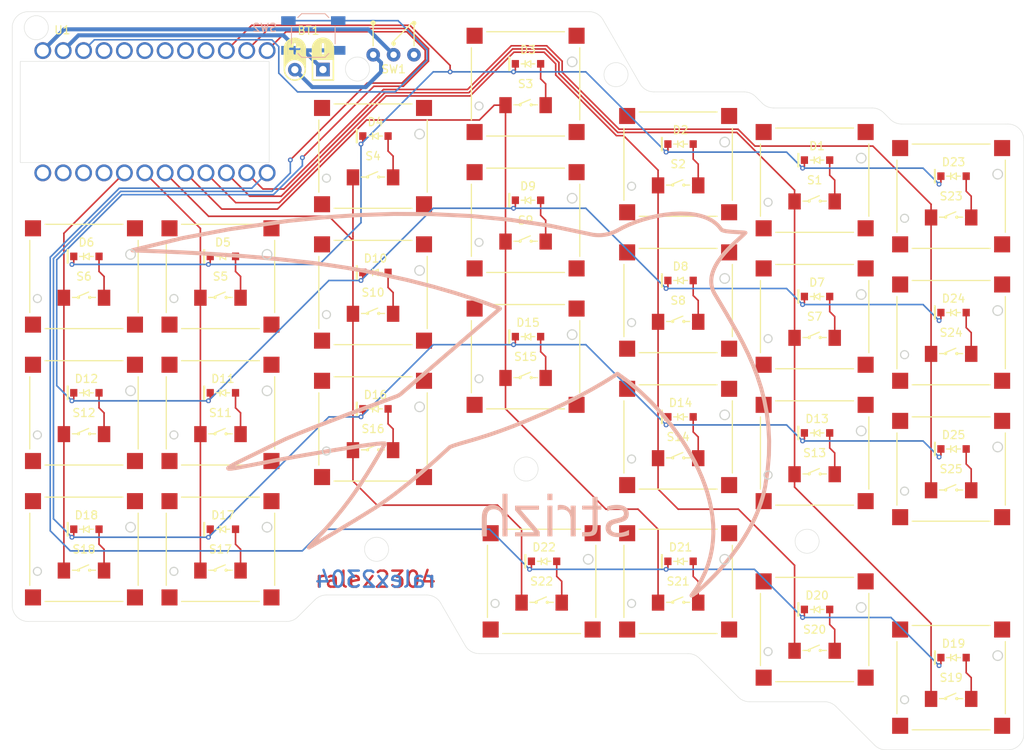
<source format=kicad_pcb>
(kicad_pcb (version 20241229) (generator "pcbnew") (generator_version "9.0")
  (title_block (title "strizh keyboard left half (7 columns)") (rev "v1.0.0") (company "Alex Rozhkov (ralex2304)"))
  (layers (0 "F.Cu" signal) (2 "B.Cu" signal) (13 "F.Paste" user) (15 "B.Paste" user) (5 "F.SilkS" user "F.Silkscreen") (7 "B.SilkS" user "B.Silkscreen") (1 "F.Mask" user) (3 "B.Mask" user) (25 "Edge.Cuts" user))
  (net 0 "")
  (net 1 "-BATT")
  (net 2 "ROW1")
  (net 3 "+BATT")
  (net 4 "raw")
  (net 5 "Net-(D24-A)")
  (net 6 "Net-(D1-A)")
  (net 7 "Net-(D25-A)")
  (net 9 "rst")
  (net 10 "COL6")
  (net 11 "COL5")
  (net 12 "Net-(D2-A)")
  (net 13 "Net-(D3-A)")
  (net 14 "Net-(D4-A)")
  (net 15 "Net-(D5-A)")
  (net 16 "Net-(D6-A)")
  (net 17 "Net-(D7-A)")
  (net 18 "ROW2")
  (net 19 "Net-(D8-A)")
  (net 20 "Net-(D9-A)")
  (net 21 "Net-(D10-A)")
  (net 22 "Net-(D11-A)")
  (net 24 "Net-(D12-A)")
  (net 25 "ROW3")
  (net 26 "Net-(D13-A)")
  (net 27 "Net-(D14-A)")
  (net 28 "Net-(D15-A)")
  (net 29 "Net-(D16-A)")
  (net 30 "Net-(D17-A)")
  (net 31 "Net-(D18-A)")
  (net 32 "Net-(D19-A)")
  (net 33 "ROW4")
  (net 34 "Net-(D20-A)")
  (net 35 "Net-(D21-A)")
  (net 36 "Net-(D22-A)")
  (net 37 "Net-(D23-A)")
  (net 38 "COL4")
  (net 39 "COL3")
  (net 40 "COL2")
  (net 41 "COL1")
  (net 42 "COL7")
  (footprint "strizh_lib:PG1316S" (layer "F.Cu") (at 89 109)
    (property "Reference" "S12")
    (property "Value" "PG1316S")
    (fp_circle (center -5.8 2.75) (end -5.3 2.75) (stroke (width 0.1524)) (fill no) (layer "Edge.Cuts"))
    (fp_circle (center 5.8 -2.75) (end 6.4 -2.75) (stroke (width 0.1524)) (fill no) (layer "Edge.Cuts"))
  )
  (footprint "strizh_lib:1N4148W_SOD-123" (layer "F.Cu") (at 180.3 94.5)
    (property "Reference" "D7")
    (property "Value" "1N4148W")
  )
  (footprint "strizh_lib:1N4148W_SOD-123" (layer "F.Cu") (at 180.3 77.5)
    (property "Reference" "D1")
    (property "Value" "1N4148W")
  )
  (footprint "strizh_lib:PG1316S" (layer "F.Cu") (at 106 109)
    (property "Reference" "S11")
    (property "Value" "PG1316S")
    (fp_circle (center -5.8 2.75) (end -5.3 2.75) (stroke (width 0.1524)) (fill no) (layer "Edge.Cuts"))
    (fp_circle (center 5.8 -2.75) (end 6.4 -2.75) (stroke (width 0.1524)) (fill no) (layer "Edge.Cuts"))
  )
  (footprint "strizh_lib:1N4148W_SOD-123" (layer "F.Cu") (at 163.3 109.5)
    (property "Reference" "D14")
    (property "Value" "1N4148W")
  )
  (footprint "strizh_lib:1N4148W_SOD-123" (layer "F.Cu") (at 89.3 106.5)
    (property "Reference" "D12")
    (property "Value" "1N4148W")
  )
  (footprint "strizh_lib:1N4148W_SOD-123" (layer "F.Cu") (at 197.3 139.5)
    (property "Reference" "D19")
    (property "Value" "1N4148W")
  )
  (footprint "strizh_lib:1N4148W_SOD-123" (layer "F.Cu") (at 180.3 133.5)
    (property "Reference" "D20")
    (property "Value" "1N4148W")
  )
  (footprint "strizh_lib:1N4148W_SOD-123" (layer "F.Cu") (at 106.3 89.5)
    (property "Reference" "D5")
    (property "Value" "1N4148W")
  )
  (footprint "strizh_lib:PG1316S" (layer "F.Cu") (at 125 77)
    (property "Reference" "S4")
    (property "Value" "PG1316S")
    (fp_circle (center -5.8 2.75) (end -5.3 2.75) (stroke (width 0.1524)) (fill no) (layer "Edge.Cuts"))
    (fp_circle (center 5.8 -2.75) (end 6.4 -2.75) (stroke (width 0.1524)) (fill no) (layer "Edge.Cuts"))
  )
  (footprint "strizh_lib:PG1316S" (layer "F.Cu") (at 197 82)
    (property "Reference" "S23")
    (property "Value" "PG1316S")
    (fp_circle (center -5.8 2.75) (end -5.3 2.75) (stroke (width 0.1524)) (fill no) (layer "Edge.Cuts"))
    (fp_circle (center 5.8 -2.75) (end 6.4 -2.75) (stroke (width 0.1524)) (fill no) (layer "Edge.Cuts"))
  )
  (footprint "strizh_lib:1N4148W_SOD-123" (layer "F.Cu") (at 125.3 91.5)
    (property "Reference" "D10")
    (property "Value" "1N4148W")
  )
  (footprint "strizh_lib:1N4148W_SOD-123" (layer "F.Cu") (at 144.3 65.5)
    (property "Reference" "D3")
    (property "Value" "1N4148W")
  )
  (footprint "strizh_lib:PG1316S" (layer "F.Cu") (at 180 136)
    (property "Reference" "S20")
    (property "Value" "PG1316S")
    (fp_circle (center -5.8 2.75) (end -5.3 2.75) (stroke (width 0.1524)) (fill no) (layer "Edge.Cuts"))
    (fp_circle (center 5.8 -2.75) (end 6.4 -2.75) (stroke (width 0.1524)) (fill no) (layer "Edge.Cuts"))
  )
  (footprint "strizh_lib:1N4148W_SOD-123" (layer "F.Cu") (at 180.3 111.5)
    (property "Reference" "D13")
    (property "Value" "1N4148W")
  )
  (footprint "strizh_lib:PG1316S" (layer "F.Cu") (at 146 130)
    (property "Reference" "S22")
    (property "Value" "PG1316S")
    (fp_circle (center -5.8 2.75) (end -5.3 2.75) (stroke (width 0.1524)) (fill no) (layer "Edge.Cuts"))
    (fp_circle (center 5.8 -2.75) (end 6.4 -2.75) (stroke (width 0.1524)) (fill no) (layer "Edge.Cuts"))
  )
  (footprint "strizh_lib:PG1316S" (layer "F.Cu") (at 163 95)
    (property "Reference" "S8")
    (property "Value" "PG1316S")
    (fp_circle (center -5.8 2.75) (end -5.3 2.75) (stroke (width 0.1524)) (fill no) (layer "Edge.Cuts"))
    (fp_circle (center 5.8 -2.75) (end 6.4 -2.75) (stroke (width 0.1524)) (fill no) (layer "Edge.Cuts"))
  )
  (footprint "strizh_lib:1N4148W_SOD-123" (layer "F.Cu") (at 197.3 79.5)
    (property "Reference" "D23")
    (property "Value" "1N4148W")
  )
  (footprint "strizh_lib:PG1316S" (layer "F.Cu") (at 106 126)
    (property "Reference" "S17")
    (property "Value" "PG1316S")
    (fp_circle (center -5.8 2.75) (end -5.3 2.75) (stroke (width 0.1524)) (fill no) (layer "Edge.Cuts"))
    (fp_circle (center 5.8 -2.75) (end 6.4 -2.75) (stroke (width 0.1524)) (fill no) (layer "Edge.Cuts"))
  )
  (footprint "strizh_lib:1N4148W_SOD-123" (layer "F.Cu") (at 163.3 75.5)
    (property "Reference" "D2")
    (property "Value" "1N4148W")
  )
  (footprint "strizh_lib:1N4148W_SOD-123" (layer "F.Cu") (at 197.3 113.5)
    (property "Reference" "D25")
    (property "Value" "1N4148W")
  )
  (footprint "strizh_lib:PG1316S" (layer "F.Cu") (at 144 102)
    (property "Reference" "S15")
    (property "Value" "PG1316S")
    (fp_circle (center -5.8 2.75) (end -5.3 2.75) (stroke (width 0.1524)) (fill no) (layer "Edge.Cuts"))
    (fp_circle (center 5.8 -2.75) (end 6.4 -2.75) (stroke (width 0.1524)) (fill no) (layer "Edge.Cuts"))
  )
  (footprint "strizh_lib:1N4148W_SOD-123" (layer "F.Cu") (at 89.3 123.5)
    (property "Reference" "D18")
    (property "Value" "1N4148W")
  )
  (footprint "strizh_lib:PG1316S" (layer "F.Cu") (at 106 92)
    (property "Reference" "S5")
    (property "Value" "PG1316S")
    (fp_circle (center -5.8 2.75) (end -5.3 2.75) (stroke (width 0.1524)) (fill no) (layer "Edge.Cuts"))
    (fp_circle (center 5.8 -2.75) (end 6.4 -2.75) (stroke (width 0.1524)) (fill no) (layer "Edge.Cuts"))
  )
  (footprint "strizh_lib:PG1316S" (layer "F.Cu") (at 197 142)
    (property "Reference" "S19")
    (property "Value" "PG1316S")
    (fp_circle (center -5.8 2.75) (end -5.3 2.75) (stroke (width 0.1524)) (fill no) (layer "Edge.Cuts"))
    (fp_circle (center 5.8 -2.75) (end 6.4 -2.75) (stroke (width 0.1524)) (fill no) (layer "Edge.Cuts"))
  )
  (footprint "strizh_lib:PG1316S" (layer "F.Cu") (at 180 97)
    (property "Reference" "S7")
    (property "Value" "PG1316S")
    (fp_circle (center -5.8 2.75) (end -5.3 2.75) (stroke (width 0.1524)) (fill no) (layer "Edge.Cuts"))
    (fp_circle (center 5.8 -2.75) (end 6.4 -2.75) (stroke (width 0.1524)) (fill no) (layer "Edge.Cuts"))
  )
  (footprint "strizh_lib:batt_pins" (layer "F.Cu") (at 116.961004 65.015 -90)
    (property "Reference" "BT1")
    (property "Value" "Battery_Cell")
  )
  (footprint "strizh_lib:PG1316S" (layer "F.Cu") (at 163 112)
    (property "Reference" "S14")
    (property "Value" "PG1316S")
    (fp_circle (center -5.8 2.75) (end -5.3 2.75) (stroke (width 0.1524)) (fill no) (layer "Edge.Cuts"))
    (fp_circle (center 5.8 -2.75) (end 6.4 -2.75) (stroke (width 0.1524)) (fill no) (layer "Edge.Cuts"))
  )
  (footprint "strizh_lib:PG1316S" (layer "F.Cu") (at 89 92)
    (property "Reference" "S6")
    (property "Value" "PG1316S")
    (fp_circle (center -5.8 2.75) (end -5.3 2.75) (stroke (width 0.1524)) (fill no) (layer "Edge.Cuts"))
    (fp_circle (center 5.8 -2.75) (end 6.4 -2.75) (stroke (width 0.1524)) (fill no) (layer "Edge.Cuts"))
  )
  (footprint "strizh_lib:BSI-10H" (layer "F.Cu") (at 127.561 64.37)
    (property "Reference" "SW1")
    (property "Value" "SW_SPDT_312")
  )
  (footprint "strizh_lib:PG1316S" (layer "F.Cu") (at 180 80)
    (property "Reference" "S1")
    (property "Value" "PG1316S")
    (fp_circle (center -5.8 2.75) (end -5.3 2.75) (stroke (width 0.1524)) (fill no) (layer "Edge.Cuts"))
    (fp_circle (center 5.8 -2.75) (end 6.4 -2.75) (stroke (width 0.1524)) (fill no) (layer "Edge.Cuts"))
  )
  (footprint "strizh_lib:PG1316S" (layer "F.Cu") (at 163 78)
    (property "Reference" "S2")
    (property "Value" "PG1316S")
    (fp_circle (center -5.8 2.75) (end -5.3 2.75) (stroke (width 0.1524)) (fill no) (layer "Edge.Cuts"))
    (fp_circle (center 5.8 -2.75) (end 6.4 -2.75) (stroke (width 0.1524)) (fill no) (layer "Edge.Cuts"))
  )
  (footprint "strizh_lib:PG1316S" (layer "F.Cu") (at 163 130)
    (property "Reference" "S21")
    (property "Value" "PG1316S")
    (fp_circle (center -5.8 2.75) (end -5.3 2.75) (stroke (width 0.1524)) (fill no) (layer "Edge.Cuts"))
    (fp_circle (center 5.8 -2.75) (end 6.4 -2.75) (stroke (width 0.1524)) (fill no) (layer "Edge.Cuts"))
  )
  (footprint "strizh_lib:PG1316S" (layer "F.Cu") (at 144 68)
    (property "Reference" "S3")
    (property "Value" "PG1316S")
    (fp_circle (center -5.8 2.75) (end -5.3 2.75) (stroke (width 0.1524)) (fill no) (layer "Edge.Cuts"))
    (fp_circle (center 5.8 -2.75) (end 6.4 -2.75) (stroke (width 0.1524)) (fill no) (layer "Edge.Cuts"))
  )
  (footprint "strizh_lib:1N4148W_SOD-123" (layer "F.Cu") (at 144.3 99.5)
    (property "Reference" "D15")
    (property "Value" "1N4148W")
  )
  (footprint "strizh_lib:1N4148W_SOD-123" (layer "F.Cu") (at 125.3 74.5)
    (property "Reference" "D4")
    (property "Value" "1N4148W")
  )
  (footprint "strizh_lib:PG1316S" (layer "F.Cu") (at 89 126)
    (property "Reference" "S18")
    (property "Value" "PG1316S")
    (fp_circle (center -5.8 2.75) (end -5.3 2.75) (stroke (width 0.1524)) (fill no) (layer "Edge.Cuts"))
    (fp_circle (center 5.8 -2.75) (end 6.4 -2.75) (stroke (width 0.1524)) (fill no) (layer "Edge.Cuts"))
  )
  (footprint "strizh_lib:1N4148W_SOD-123" (layer "F.Cu") (at 163.3 92.5)
    (property "Reference" "D8")
    (property "Value" "1N4148W")
  )
  (footprint "strizh_lib:1N4148W_SOD-123" (layer "F.Cu") (at 89.3 89.5)
    (property "Reference" "D6")
    (property "Value" "1N4148W")
  )
  (footprint "strizh_lib:PG1316S" (layer "F.Cu") (at 197 116)
    (property "Reference" "S25")
    (property "Value" "PG1316S")
    (fp_circle (center -5.8 2.75) (end -5.3 2.75) (stroke (width 0.1524)) (fill no) (layer "Edge.Cuts"))
    (fp_circle (center 5.8 -2.75) (end 6.4 -2.75) (stroke (width 0.1524)) (fill no) (layer "Edge.Cuts"))
  )
  (footprint "strizh_lib:1N4148W_SOD-123" (layer "F.Cu") (at 106.3 106.5)
    (property "Reference" "D11")
    (property "Value" "1N4148W")
  )
  (footprint "strizh_lib:PG1316S" (layer "F.Cu") (at 125 94)
    (property "Reference" "S10")
    (property "Value" "PG1316S")
    (fp_circle (center -5.8 2.75) (end -5.3 2.75) (stroke (width 0.1524)) (fill no) (layer "Edge.Cuts"))
    (fp_circle (center 5.8 -2.75) (end 6.4 -2.75) (stroke (width 0.1524)) (fill no) (layer "Edge.Cuts"))
  )
  (footprint "strizh_lib:PG1316S" (layer "F.Cu") (at 144 85)
    (property "Reference" "S9")
    (property "Value" "PG1316S")
    (fp_circle (center -5.8 2.75) (end -5.3 2.75) (stroke (width 0.1524)) (fill no) (layer "Edge.Cuts"))
    (fp_circle (center 5.8 -2.75) (end 6.4 -2.75) (stroke (width 0.1524)) (fill no) (layer "Edge.Cuts"))
  )
  (footprint "strizh_lib:1N4148W_SOD-123" (layer "F.Cu") (at 197.3 96.5)
    (property "Reference" "D24")
    (property "Value" "1N4148W")
  )
  (footprint "strizh_lib:supermini_nrf52840" (layer "F.Cu") (at 78.7909 71.47 90)
    (property "Reference" "U1")
    (property "Value" "SuperMini")
  )
  (footprint "strizh_lib:PG1316S" (layer "F.Cu") (at 180 114)
    (property "Reference" "S13")
    (property "Value" "PG1316S")
    (fp_circle (center -5.8 2.75) (end -5.3 2.75) (stroke (width 0.1524)) (fill no) (layer "Edge.Cuts"))
    (fp_circle (center 5.8 -2.75) (end 6.4 -2.75) (stroke (width 0.1524)) (fill no) (layer "Edge.Cuts"))
  )
  (footprint "strizh_lib:PG1316S" (layer "F.Cu") (at 197 99)
    (property "Reference" "S24")
    (property "Value" "PG1316S")
    (fp_circle (center -5.8 2.75) (end -5.3 2.75) (stroke (width 0.1524)) (fill no) (layer "Edge.Cuts"))
    (fp_circle (center 5.8 -2.75) (end 6.4 -2.75) (stroke (width 0.1524)) (fill no) (layer "Edge.Cuts"))
  )
  (footprint "strizh_lib:1N4148W_SOD-123" (layer "F.Cu") (at 106.3 123.5)
    (property "Reference" "D17")
    (property "Value" "1N4148W")
  )
  (footprint "strizh_lib:1N4148W_SOD-123" (layer "F.Cu") (at 163.3 127.5)
    (property "Reference" "D21")
    (property "Value" "1N4148W")
  )
  (footprint "strizh_lib:1N4148W_SOD-123" (layer "F.Cu") (at 144.3 82.5)
    (property "Reference" "D9")
    (property "Value" "1N4148W")
  )
  (footprint "strizh_lib:PG1316S" (layer "F.Cu") (at 125 111)
    (property "Reference" "S16")
    (property "Value" "PG1316S")
    (fp_circle (center -5.8 2.75) (end -5.3 2.75) (stroke (width 0.1524)) (fill no) (layer "Edge.Cuts"))
    (fp_circle (center 5.8 -2.75) (end 6.4 -2.75) (stroke (width 0.1524)) (fill no) (layer "Edge.Cuts"))
  )
  (footprint "strizh_lib:1N4148W_SOD-123" (layer "F.Cu") (at 146.3 127.5)
    (property "Reference" "D22")
    (property "Value" "1N4148W")
  )
  (footprint "strizh_lib:1N4148W_SOD-123" (layer "F.Cu") (at 125.3 108.5)
    (property "Reference" "D16")
    (property "Value" "1N4148W")
  )
  (footprint "Button_Switch_SMD:SW_SPST_SKQG_WithStem" (layer "B.Cu") (at 117.561 61.97)
    (property "Reference" "SW2")
    (property "Value" "SW_SPST" (hide yes))
  )
  (gr_poly (pts (xy 164.183098 84.182403) (xy 164.624418 84.224005) (xy 165.054136 84.284959) (xy 165.470623 84.366006) (xy 165.872248 84.467888) (xy 166.25738 84.591346) (xy 166.624391 84.737123) (xy 166.971649 84.90596) (xy 167.297525 85.098598) (xy 167.600389 85.315779) (xy 167.878609 85.558246) (xy 168.130557 85.826739) (xy 168.354602 86.122) (xy 168.379364 86.156598) (xy 168.416514 86.18873) (xy 168.465263 86.218508) (xy 168.524823 86.246041) (xy 168.673219 86.29482) (xy 168.855397 86.335953) (xy 169.065046 86.370329) (xy 169.295861 86.398835) (xy 169.795754 86.441782) (xy 170.771979 86.496266) (xy 171.147386 86.521996) (xy 171.284836 86.537588) (xy 171.379726 86.556055) (xy 171.16999 86.769006) (xy 170.877765 87.038458) (xy 170.117393 87.726813) (xy 169.682859 88.137884) (xy 169.234499 88.588329) (xy 168.78912 89.074233) (xy 168.363529 89.591679) (xy 167.974531 90.136751) (xy 167.799006 90.418423) (xy 167.638931 90.705533) (xy 167.496408 90.997592) (xy 167.373537 91.29411) (xy 167.272419 91.594597) (xy 167.195154 91.898564) (xy 167.143844 92.205522) (xy 167.120588 92.514981) (xy 167.127488 92.826451) (xy 167.166645 93.139443) (xy 167.240159 93.453468) (xy 167.35013 93.768036) (xy 167.498661 94.082657) (xy 167.687851 94.396842) (xy 169.053132 96.700083) (xy 170.432737 99.113614) (xy 171.098971 100.374672) (xy 171.734059 101.67882) (xy 172.326423 103.031234) (xy 172.864488 104.437085) (xy 173.336678 105.901546) (xy 173.731417 107.42979) (xy 174.037129 109.026991) (xy 174.242239 110.69832) (xy 174.335169 112.448952) (xy 174.304344 114.284059) (xy 174.138188 116.208814) (xy 173.825125 118.22839) (xy 173.679698 118.907423) (xy 173.50269 119.578317) (xy 173.296354 120.240237) (xy 173.062944 120.892345) (xy 172.804714 121.533805) (xy 172.523918 122.16378) (xy 172.22281 122.781434) (xy 171.903643 123.385929) (xy 171.568671 123.976431) (xy 171.220148 124.552101) (xy 170.860327 125.112103) (xy 170.491464 125.655601) (xy 169.735621 126.689739) (xy 168.970649 127.647821) (xy 168.21458 128.523154) (xy 167.485442 129.309046) (xy 166.801267 129.998805) (xy 166.180085 130.585737) (xy 165.639925 131.06315) (xy 165.198819 131.424352) (xy 164.874796 131.66265) (xy 164.685887 131.771351) (xy 164.684483 131.771803) (xy 164.683101 131.772121) (xy 164.681745 131.77231) (xy 164.680417 131.772376) (xy 164.679121 131.772323) (xy 164.67786 131.772158) (xy 164.676638 131.771886) (xy 164.675458 131.771512) (xy 164.674323 131.771041) (xy 164.673237 131.77048) (xy 164.672203 131.769832) (xy 164.671225 131.769104) (xy 164.670305 131.768301) (xy 164.669447 131.767429) (xy 164.668654 131.766492) (xy 164.667931 131.765496) (xy 164.667279 131.764447) (xy 164.666703 131.76335) (xy 164.666205 131.76221) (xy 164.66579 131.761032) (xy 164.66546 131.759823) (xy 164.665219 131.758587) (xy 164.66507 131.75733) (xy 164.665017 131.756057) (xy 164.665062 131.754774) (xy 164.66521 131.753485) (xy 164.665463 131.752197) (xy 164.665825 131.750915) (xy 164.666299 131.749643) (xy 164.666889 131.748388) (xy 164.667597 131.747155) (xy 164.668428 131.74595) (xy 165.320733 130.822868) (xy 165.876586 129.882077) (xy 166.339563 128.925735) (xy 166.713243 127.956002) (xy 167.001204 126.975037) (xy 167.207023 125.984998) (xy 167.33428 124.988044) (xy 167.386551 123.986336) (xy 167.367415 122.98203) (xy 167.280449 121.977288) (xy 167.129232 120.974267) (xy 166.917342 119.975127) (xy 166.648357 118.982027) (xy 166.325854 117.997126) (xy 165.953412 117.022582) (xy 165.534608 116.060555) (xy 165.073021 115.113204) (xy 164.572229 114.182688) (xy 164.035809 113.271166) (xy 163.467339 112.380797) (xy 162.248564 110.672154) (xy 160.944526 109.07403) (xy 159.58385 107.603699) (xy 158.195159 106.278432) (xy 156.807078 105.115501) (xy 155.44823 104.13218) (xy 155.44717 104.131482) (xy 155.446078 104.130878) (xy 155.444958 104.130366) (xy 155.443814 104.129948) (xy 155.442653 104.129622) (xy 155.441477 104.129389) (xy 155.440292 104.12925) (xy 155.439102 104.129203) (xy 155.437912 104.12925) (xy 155.436727 104.129389) (xy 155.435552 104.129622) (xy 155.43439 104.129948) (xy 155.433246 104.130366) (xy 155.432126 104.130878) (xy 155.431034 104.131482) (xy 155.429974 104.13218) (xy 154.563161 104.696239) (xy 153.630293 105.268595) (xy 152.390011 105.990747) (xy 150.861486 106.829877) (xy 149.063889 107.75317) (xy 147.016391 108.727808) (xy 145.90492 109.224127) (xy 144.738162 109.720975) (xy 143.638164 110.179792) (xy 142.615168 110.589301) (xy 141.66594 110.953286) (xy 140.787246 111.275534) (xy 139.975849 111.559832) (xy 139.228516 111.809964) (xy 137.913101 112.222874) (xy 135.908709 112.805288) (xy 135.167975 113.035363) (xy 134.851653 113.148368) (xy 134.567047 113.265067) (xy 134.566453 113.265367) (xy 134.565858 113.265676) (xy 134.565262 113.266004) (xy 134.564964 113.266177) (xy 134.564667 113.266359) (xy 134.564369 113.26655) (xy 134.564071 113.266751) (xy 134.563773 113.266964) (xy 134.563476 113.26719) (xy 134.563178 113.267429) (xy 134.562881 113.267684) (xy 134.562583 113.267955) (xy 134.562286 113.268243) (xy 133.227422 114.496423) (xy 132.171948 115.437377) (xy 130.932467 116.510117) (xy 129.564994 117.650054) (xy 128.125543 118.792595) (xy 127.396332 119.344657) (xy 126.670131 119.873149) (xy 125.953944 120.369997) (xy 125.254772 120.827126) (xy 123.877578 121.688233) (xy 122.525909 122.518607) (xy 120.04797 124.010063) (xy 118.118612 125.147308) (xy 117.03549 125.776157) (xy 117.034003 125.776963) (xy 117.03252 125.777598) (xy 117.031048 125.778071) (xy 117.029591 125.778387) (xy 117.028155 125.778554) (xy 117.026744 125.778578) (xy 117.025363 125.778467) (xy 117.024018 125.778227) (xy 117.022714 125.777865) (xy 117.021456 125.777387) (xy 117.020248 125.776801) (xy 117.019096 125.776113) (xy 117.018006 125.775331) (xy 117.016981 125.774461) (xy 117.016028 125.77351) (xy 117.015151 125.772484) (xy 117.014355 125.771392) (xy 117.013646 125.770238) (xy 117.013029 125.769031) (xy 117.012508 125.767777) (xy 117.012089 125.766482) (xy 117.011776 125.765155) (xy 117.011576 125.763801) (xy 117.011492 125.762427) (xy 117.011531 125.761041) (xy 117.011697 125.759649) (xy 117.011995 125.758257) (xy 117.01243 125.756874) (xy 117.013008 125.755504) (xy 117.013733 125.754157) (xy 117.014611 125.752837) (xy 117.015646 125.751553) (xy 118.927791 123.667066) (xy 119.656277 122.838824) (xy 120.430136 121.926186) (xy 121.221967 120.94838) (xy 122.004366 119.924633) (xy 122.402029 119.381149) (xy 122.794859 118.82508) (xy 123.180533 118.262001) (xy 123.55673 117.697483) (xy 124.271404 116.586423) (xy 124.920306 115.536486) (xy 125.484859 114.592254) (xy 125.946488 113.79831) (xy 126.486671 112.839621) (xy 126.48716 112.83865) (xy 126.487584 112.837671) (xy 126.487945 112.836687) (xy 126.488245 112.835701) (xy 126.488483 112.834714) (xy 126.488661 112.833729) (xy 126.48878 112.832747) (xy 126.488841 112.831772) (xy 126.488845 112.830804) (xy 126.488794 112.829847) (xy 126.488687 112.828902) (xy 126.488526 112.827972) (xy 126.488313 112.827059) (xy 126.488048 112.826165) (xy 126.487731 112.825292) (xy 126.487365 112.824442) (xy 126.486951 112.823618) (xy 126.486488 112.822822) (xy 126.485978 112.822055) (xy 126.485423 112.821321) (xy 126.484823 112.820621) (xy 126.484179 112.819958) (xy 126.483493 112.819333) (xy 126.482765 112.818749) (xy 126.481996 112.818208) (xy 126.481187 112.817713) (xy 126.48034 112.817264) (xy 126.479455 112.816866) (xy 126.478533 112.816519) (xy 126.477576 112.816226) (xy 126.476584 112.815989) (xy 126.475559 112.81581) (xy 126.105437 112.806938) (xy 125.468848 112.857494) (xy 124.575475 112.964475) (xy 123.435 113.124876) (xy 120.45148 113.59392) (xy 116.595753 114.240591) (xy 112.791367 114.930536) (xy 109.905594 115.494295) (xy 107.977028 115.861414) (xy 107.383758 115.949217) (xy 107.044262 115.961442) (xy 106.971187 115.93646) (xy 106.963364 115.889281) (xy 107.021397 115.818804) (xy 107.145888 115.723928) (xy 107.596659 115.456577) (xy 108.3205 115.078421) (xy 114.043053 112.281619) (xy 115.679131 111.587164) (xy 117.60534 110.815041) (xy 121.806026 109.207821) (xy 127.945583 106.931744) (xy 127.983522 106.91675) (xy 128.021133 106.900942) (xy 128.058402 106.884325) (xy 128.095316 106.866904) (xy 128.131863 106.848682) (xy 128.168029 106.829666) (xy 128.203803 106.809858) (xy 128.239171 106.789265) (xy 128.27412 106.76789) (xy 128.308638 106.745739) (xy 128.342712 106.722815) (xy 128.376329 106.699124) (xy 128.409476 106.674671) (xy 128.44214 106.649459) (xy 128.474309 106.623494) (xy 128.50597 106.59678) (xy 140.805125 96.013713) (xy 140.805984 96.01295) (xy 140.806773 96.012154) (xy 140.807493 96.011326) (xy 140.808146 96.010469) (xy 140.808731 96.009587) (xy 140.809249 96.008683) (xy 140.809701 96.007758) (xy 140.810087 96.006817) (xy 140.810408 96.005862) (xy 140.810665 96.004895) (xy 140.810857 96.003921) (xy 140.810986 96.002941) (xy 140.811053 96.001959) (xy 140.811057 96.000978) (xy 140.811 96) (xy 140.810881 95.999028) (xy 140.810702 95.998066) (xy 140.810463 95.997116) (xy 140.810165 95.996181) (xy 140.809808 95.995264) (xy 140.809393 95.994368) (xy 140.808921 95.993496) (xy 140.808391 95.99265) (xy 140.807805 95.991835) (xy 140.807163 95.991052) (xy 140.806466 95.990304) (xy 140.805715 95.989595) (xy 140.804909 95.988926) (xy 140.80405 95.988303) (xy 140.803137 95.987726) (xy 140.802173 95.987199) (xy 140.801156 95.986725) (xy 139.166392 95.36543) (xy 137.456306 94.772106) (xy 135.207304 94.054837) (xy 132.461551 93.262) (xy 129.261211 92.441974) (xy 125.648451 91.643138) (xy 123.700589 91.266784) (xy 121.665433 90.913869) (xy 119.60572 90.597297) (xy 117.489192 90.313414) (xy 113.17975 89.83644) (xy 108.925225 89.46839) (xy 104.913737 89.194706) (xy 101.333403 89.000831) (xy 98.372344 88.872208) (xy 95.060521 88.752488) (xy 95.058854 88.752341) (xy 95.057277 88.752053) (xy 95.055789 88.751633) (xy 95.054393 88.751091) (xy 95.05309 88.750434) (xy 95.05188 88.749671) (xy 95.050764 88.748811) (xy 95.049744 88.747862) (xy 95.04882 88.746832) (xy 95.047994 88.745731) (xy 95.047267 88.744567) (xy 95.046639 88.743349) (xy 95.046111 88.742084) (xy 95.045685 88.740783) (xy 95.045362 88.739452) (xy 95.045143 88.738101) (xy 95.045028 88.736739) (xy 95.045018 88.735373) (xy 95.045116 88.734013) (xy 95.045321 88.732667) (xy 95.045635 88.731344) (xy 95.046058 88.730052) (xy 95.046593 88.7288) (xy 95.047239 88.727596) (xy 95.047997 88.72645) (xy 95.04887 88.725368) (xy 95.049858 88.724361) (xy 95.050961 88.723437) (xy 95.052181 88.722604) (xy 95.053519 88.72187) (xy 95.054976 88.721246) (xy 95.056553 88.720738) (xy 101.199483 87.233139) (xy 107.115872 86.110325) (xy 114.49033 85.068595) (xy 118.62155 84.656361) (xy 122.993947 84.358268) (xy 127.566406 84.205605) (xy 132.297813 84.229663) (xy 137.147054 84.461732) (xy 142.073017 84.933101) (xy 147.034586 85.67506) (xy 151.990649 86.7189) (xy 152.209142 86.767032) (xy 152.42864 86.804887) (xy 152.648829 86.832494) (xy 152.869393 86.849882) (xy 153.090018 86.857079) (xy 153.310388 86.854116) (xy 153.530189 86.84102) (xy 153.749104 86.817822) (xy 153.96682 86.784549) (xy 154.183021 86.741233) (xy 154.397391 86.6879) (xy 154.609616 86.624581) (xy 154.819381 86.551304) (xy 155.02637 86.468099) (xy 155.230269 86.374994) (xy 155.430762 86.272019) (xy 156.113812 85.89718) (xy 156.874346 85.54338) (xy 157.699322 85.216553) (xy 158.5757 84.922632) (xy 159.490438 84.66755) (xy 160.430495 84.457242) (xy 161.382831 84.297639) (xy 162.334404 84.194676) (xy 163.272174 84.154286)) (stroke (width 0.5)) (fill no) (layer "B.SilkS"))
  (gr_arc (start 138.2157 139) (mid 137.215701 138.73205) (end 136.48365 138) (stroke (width 0.05)) (layer "Edge.Cuts"))
  (gr_arc (start 115.646786 134.414214) (mid 114.99794 134.847759) (end 114.232573 135) (stroke (width 0.05)) (layer "Edge.Cuts"))
  (gr_arc (start 174.889427 71) (mid 174.124064 70.847751) (end 173.475214 70.414214) (stroke (width 0.05)) (layer "Edge.Cuts"))
  (gr_arc (start 80.061 61) (mid 80.646786 59.585786) (end 82.061 59) (stroke (width 0.05)) (layer "Edge.Cuts"))
  (gr_arc (start 187.171573 71) (mid 187.93694 71.152241) (end 188.585786 71.585786) (stroke (width 0.05)) (layer "Edge.Cuts"))
  (gr_line (start 204.061 73) (end 190.828427 73) (stroke (width 0.05)) (layer "Edge.Cuts"))
  (gr_arc (start 204.061 73) (mid 205.475214 73.585786) (end 206.061 75) (stroke (width 0.05)) (layer "Edge.Cuts"))
  (gr_arc (start 131.691642 131.7) (mid 132.691649 131.967936) (end 133.423692 132.7) (stroke (width 0.05)) (layer "Edge.Cuts"))
  (gr_line (start 117.775213 132.285787) (end 115.646786 134.414214) (stroke (width 0.05)) (layer "Edge.Cuts"))
  (gr_line (start 164.232573 139) (end 138.2157 139) (stroke (width 0.05)) (layer "Edge.Cuts"))
  (gr_poly (pts (xy 112.061 65.2) (xy 81.061 65.2) (xy 81.061 77.8) (xy 112.061 77.8)) (stroke (width 0.05)) (fill no) (layer "Edge.Cuts"))
  (gr_line (start 131.691642 131.7) (end 119.189427 131.7) (stroke (width 0.05)) (layer "Edge.Cuts"))
  (gr_line (start 187.475213 150.414213) (end 182.646786 145.585786) (stroke (width 0.05)) (layer "Edge.Cuts"))
  (gr_circle (center 83.061 61) (end 81.561 61) (stroke (width 0.05)) (fill no) (layer "Edge.Cuts"))
  (gr_line (start 153.638366 60) (end 158.25735 68.000027) (stroke (width 0.05)) (layer "Edge.Cuts"))
  (gr_arc (start 206.061 149) (mid 205.475214 150.414214) (end 204.061 151) (stroke (width 0.05)) (layer "Edge.Cuts"))
  (gr_line (start 114.232573 135) (end 82.061 135) (stroke (width 0.05)) (layer "Edge.Cuts"))
  (gr_circle (center 155.261 66.85) (end 153.761 66.85) (stroke (width 0.05)) (fill no) (layer "Edge.Cuts"))
  (gr_line (start 159.989385 69) (end 171.232573 69) (stroke (width 0.05)) (layer "Edge.Cuts"))
  (gr_arc (start 159.989385 69) (mid 158.989399 68.732058) (end 158.25735 68.000027) (stroke (width 0.05)) (layer "Edge.Cuts"))
  (gr_line (start 80.061 133) (end 80.061 61) (stroke (width 0.05)) (layer "Edge.Cuts"))
  (gr_circle (center 123.061 66.15) (end 121.561 66.15) (stroke (width 0.05)) (fill no) (layer "Edge.Cuts"))
  (gr_line (start 189.414213 72.414213) (end 188.585786 71.585786) (stroke (width 0.05)) (layer "Edge.Cuts"))
  (gr_line (start 204.061 151) (end 188.889427 151) (stroke (width 0.05)) (layer "Edge.Cuts"))
  (gr_arc (start 171.889427 145) (mid 171.12406 144.847759) (end 170.475213 144.414213) (stroke (width 0.05)) (layer "Edge.Cuts"))
  (gr_line (start 181.232573 145) (end 171.889427 145) (stroke (width 0.05)) (layer "Edge.Cuts"))
  (gr_line (start 170.475213 144.414213) (end 165.646786 139.585786) (stroke (width 0.05)) (layer "Edge.Cuts"))
  (gr_arc (start 82.061 135) (mid 80.646786 134.414214) (end 80.061 133) (stroke (width 0.05)) (layer "Edge.Cuts"))
  (gr_line (start 172.646787 69.585787) (end 173.475214 70.414214) (stroke (width 0.05)) (layer "Edge.Cuts"))
  (gr_arc (start 188.889427 151) (mid 188.124063 150.847751) (end 187.475213 150.414213) (stroke (width 0.05)) (layer "Edge.Cuts"))
  (gr_arc (start 164.232573 139) (mid 164.997936 139.152249) (end 165.646786 139.585786) (stroke (width 0.05)) (layer "Edge.Cuts"))
  (gr_line (start 82.061 59) (end 151.906362 59) (stroke (width 0.05)) (layer "Edge.Cuts"))
  (gr_line (start 174.889427 71) (end 187.171573 71) (stroke (width 0.05)) (layer "Edge.Cuts"))
  (gr_arc (start 117.775213 132.285787) (mid 118.42406 131.852241) (end 119.189427 131.7) (stroke (width 0.05)) (layer "Edge.Cuts"))
  (gr_circle (center 125.441 126) (end 123.941 126) (stroke (width 0.05)) (fill no) (layer "Edge.Cuts"))
  (gr_arc (start 171.232573 69) (mid 171.99794 69.152241) (end 172.646787 69.585787) (stroke (width 0.05)) (layer "Edge.Cuts"))
  (gr_line (start 206.061 75) (end 206.061 149) (stroke (width 0.05)) (layer "Edge.Cuts"))
  (gr_arc (start 151.906362 59) (mid 152.906315 59.267938) (end 153.638366 59.999919) (stroke (width 0.05)) (layer "Edge.Cuts"))
  (gr_arc (start 181.232573 145) (mid 181.997936 145.152249) (end 182.646786 145.585786) (stroke (width 0.05)) (layer "Edge.Cuts"))
  (gr_circle (center 179.061 125) (end 177.561 125) (stroke (width 0.05)) (fill no) (layer "Edge.Cuts"))
  (gr_circle (center 144.061 116) (end 142.561 116) (stroke (width 0.05)) (fill no) (layer "Edge.Cuts"))
  (gr_arc (start 190.828427 73) (mid 190.06306 72.847759) (end 189.414213 72.414213) (stroke (width 0.05)) (layer "Edge.Cuts"))
  (gr_line (start 136.48365 138) (end 133.423692 132.7) (stroke (width 0.05)) (layer "Edge.Cuts"))
  (gr_text "ralex2304" (at 125.311 129.75 0) (layer "F.Cu") (effects (font (size 2 2) (thickness 0.3) (bold yes))))
  (gr_text "ralex2304" (at 125.311 129.75 0) (layer "B.Cu") (effects (font (size 2 2) (thickness 0.3) (bold yes)) (justify mirror)))
  (gr_text "strizh" (at 147.606 122.316 0) (layer "B.SilkS") (effects (font (size 5 5) (thickness 0.375)) (justify mirror)))
  (segment (start 114.461 62.561) (end 113.848 61.948) (width 0.5) (layer "B.Cu") (net 1))
  (segment (start 115.9 63.82) (end 120.661 63.82) (width 0.5) (layer "B.Cu") (net 1))
  (segment (start 113.848 61.948) (end 88.3129 61.948) (width 0.5) (layer "B.Cu") (net 1))
  (segment (start 114.461 63.82) (end 114.461 62.561) (width 0.5) (layer "B.Cu") (net 1))
  (segment (start 88.3129 61.948) (end 86.4109 63.85) (width 0.5) (layer "B.Cu") (net 1))
  (segment (start 114.461 63.82) (end 115.9 63.82) (width 0.5) (layer "B.Cu") (net 1))
  (segment (start 115.9 63.82) (end 116.366004 63.82) (width 0.5) (layer "B.Cu") (net 1))
  (segment (start 116.366004 63.82) (end 118.761004 66.215) (width 0.5) (layer "B.Cu") (net 1))
  (segment (start 123.725 74.5) (end 123.725 75.275) (width 0.2) (layer "F.Cu") (net 2))
  (segment (start 195.725 79.5) (end 195.725 80.275) (width 0.2) (layer "F.Cu") (net 2))
  (segment (start 87.725 90.275) (end 87.5 90.5) (width 0.2) (layer "F.Cu") (net 2))
  (segment (start 195.725 80.275) (end 195.5 80.5) (width 0.2) (layer "F.Cu") (net 2))
  (segment (start 178.725 78.275) (end 178.5 78.5) (width 0.2) (layer "F.Cu") (net 2))
  (segment (start 142.725 65.5) (end 142.725 66.275) (width 0.2) (layer "F.Cu") (net 2))
  (segment (start 142.725 66.275) (end 142.5 66.5) (width 0.2) (layer "F.Cu") (net 2))
  (segment (start 161.725 75.5) (end 161.725 76.275) (width 0.2) (layer "F.Cu") (net 2))
  (segment (start 87.725 89.5) (end 87.725 90.275) (width 0.2) (layer "F.Cu") (net 2))
  (segment (start 178.725 77.5) (end 178.725 78.275) (width 0.2) (layer "F.Cu") (net 2))
  (segment (start 161.725 76.275) (end 161.5 76.5) (width 0.2) (layer "F.Cu") (net 2))
  (segment (start 104.725 89.5) (end 104.725 90.275) (width 0.2) (layer "F.Cu") (net 2))
  (segment (start 106.7309 63.85) (end 109.8829 60.698) (width 0.2) (layer "F.Cu") (net 2))
  (segment (start 134.6 65.7) (end 134.6 66.5) (width 0.2) (layer "F.Cu") (net 2))
  (segment (start 123.725 75.275) (end 123.5 75.5) (width 0.2) (layer "F.Cu") (net 2))
  (segment (start 109.8829 60.698) (end 129.598 60.698) (width 0.2) (layer "F.Cu") (net 2))
  (segment (start 104.725 90.275) (end 104.5 90.5) (width 0.2) (layer "F.Cu") (net 2))
  (segment (start 129.598 60.698) (end 134.6 65.7) (width 0.2) (layer "F.Cu") (net 2))
  (via (at 134.6 66.5) (size 0.6) (drill 0.3) (layers "F.Cu" "B.Cu") (net 2))
  (via (at 178.5 78.5) (size 0.6) (drill 0.3) (layers "F.Cu" "B.Cu") (net 2))
  (via (at 87.5 90.5) (size 0.6) (drill 0.3) (layers "F.Cu" "B.Cu") (net 2))
  (via (at 123.5 75.5) (size 0.6) (drill 0.3) (layers "F.Cu" "B.Cu") (net 2))
  (via (at 195.5 80.5) (size 0.6) (drill 0.3) (layers "F.Cu" "B.Cu") (net 2))
  (via (at 161.5 76.5) (size 0.6) (drill 0.3) (layers "F.Cu" "B.Cu") (net 2))
  (via (at 142.5 66.5) (size 0.6) (drill 0.3) (layers "F.Cu" "B.Cu") (net 2))
  (via (at 104.5 90.5) (size 0.6) (drill 0.3) (layers "F.Cu" "B.Cu") (net 2))
  (segment (start 151.5 66.5) (end 161.5 76.5) (width 0.2) (layer "B.Cu") (net 2))
  (segment (start 104.5 90.5) (end 118.3 90.5) (width 0.2) (layer "B.Cu") (net 2))
  (segment (start 178.5 78.5) (end 193.5 78.5) (width 0.2) (layer "B.Cu") (net 2))
  (segment (start 132.5 66.5) (end 142.5 66.5) (width 0.2) (layer "B.Cu") (net 2))
  (segment (start 118.3 90.5) (end 123.5 85.3) (width 0.2) (layer "B.Cu") (net 2))
  (segment (start 193.5 78.5) (end 195.5 80.5) (width 0.2) (layer "B.Cu") (net 2))
  (segment (start 142.5 66.5) (end 151.5 66.5) (width 0.2) (layer "B.Cu") (net 2))
  (segment (start 87.5 90.5) (end 104.5 90.5) (width 0.2) (layer "B.Cu") (net 2))
  (segment (start 123.5 85.3) (end 123.5 75.5) (width 0.2) (layer "B.Cu") (net 2))
  (segment (start 176.5 76.5) (end 178.5 78.5) (width 0.2) (layer "B.Cu") (net 2))
  (segment (start 161.5 76.5) (end 176.5 76.5) (width 0.2) (layer "B.Cu") (net 2))
  (segment (start 123.5 75.5) (end 132.5 66.5) (width 0.2) (layer "B.Cu") (net 2))
  (segment (start 115.261 66.229) (end 117.432 68.4) (width 0.5) (layer "B.Cu") (net 3))
  (segment (start 126 66.5) (end 126 65.349) (width 0.5) (layer "B.Cu") (net 3))
  (segment (start 124.1 68.4) (end 126 66.5) (width 0.5) (layer "B.Cu") (net 3))
  (segment (start 117.432 68.4) (end 124.1 68.4) (width 0.5) (layer "B.Cu") (net 3))
  (segment (start 126 65.349) (end 125.021 64.37) (width 0.5) (layer "B.Cu") (net 3))
  (segment (start 124.391 61.2) (end 86.5209 61.2) (width 0.5) (layer "B.Cu") (net 4))
  (segment (start 86.5209 61.2) (end 83.8709 63.85) (width 0.5) (layer "B.Cu") (net 4))
  (segment (start 127.561 64.37) (end 124.391 61.2) (width 0.5) (layer "B.Cu") (net 4))
  (segment (start 198.875 96.5) (end 198.875 98.375) (width 0.2) (layer "F.Cu") (net 5))
  (segment (start 198.875 98.375) (end 199.5 99) (width 0.2) (layer "F.Cu") (net 5))
  (segment (start 199.5 99) (end 199.5 101.65) (width 0.2) (layer "F.Cu") (net 5))
  (segment (start 181.875 77.5) (end 181.875 79.375) (width 0.2) (layer "F.Cu") (net 6))
  (segment (start 182.5 80) (end 182.5 82.65) (width 0.2) (layer "F.Cu") (net 6))
  (segment (start 181.875 79.375) (end 182.5 80) (width 0.2) (layer "F.Cu") (net 6))
  (segment (start 198.875 113.5) (end 198.875 115.375) (width 0.2) (layer "F.Cu") (net 7))
  (segment (start 198.875 115.375) (end 199.5 116) (width 0.2) (layer "F.Cu") (net 7))
  (segment (start 199.5 116) (end 199.5 118.65) (width 0.2) (layer "F.Cu") (net 7))
  (segment (start 113.26 63.36) (end 113.26 66.66) (width 0.2) (layer "B.Cu") (net 9))
  (segment (start 127.75 69) (end 131.75 65) (width 0.2) (layer "B.Cu") (net 9))
  (segment (start 131.75 63.75) (end 128.12 60.12) (width 0.2) (layer "B.Cu") (net 9))
  (segment (start 112.399 62.499) (end 113.26 63.36) (width 0.2) (layer "B.Cu") (net 9))
  (segment (start 113.26 66.66) (end 115.6 69) (width 0.2) (layer "B.Cu") (net 9))
  (segment (start 90.3019 62.499) (end 112.399 62.499) (width 0.2) (layer "B.Cu") (net 9))
  (segment (start 131.75 65) (end 131.75 63.75) (width 0.2) (layer "B.Cu") (net 9))
  (segment (start 128.12 60.12) (end 120.661 60.12) (width 0.2) (layer "B.Cu") (net 9))
  (segment (start 115.6 69) (end 127.75 69) (width 0.2) (layer "B.Cu") (net 9))
  (segment (start 88.9509 63.85) (end 90.3019 62.499) (width 0.2) (layer "B.Cu") (net 9))
  (segment (start 114.461 60.12) (end 120.661 60.12) (width 0.2) (layer "B.Cu") (net 9))
  (segment (start 177.5 116.65) (end 177.5 99.65) (width 0.2) (layer "F.Cu") (net 10))
  (segment (start 109.6409 82) (end 113.5638 82) (width 0.2) (layer "F.Cu") (net 10))
  (segment (start 170.299 74.049) (end 177.5 81.25) (width 0.2) (layer "F.Cu") (net 10))
  (segment (start 148.151 66.7181) (end 155.4819 74.049) (width 0.2) (layer "F.Cu") (net 10))
  (segment (start 177.5 118.25) (end 194.5 135.25) (width 0.2) (layer "F.Cu") (net 10))
  (segment (start 142.3839 63.649) (end 146.4661 63.649) (width 0.2) (layer "F.Cu") (net 10))
  (segment (start 113.5638 82) (end 126.4648 69.099) (width 0.2) (layer "F.Cu") (net 10))
  (segment (start 177.5 99.65) (end 177.5 82.65) (width 0.2) (layer "F.Cu") (net 10))
  (segment (start 136.9339 69.099) (end 142.3839 63.649) (width 0.2) (layer "F.Cu") (net 10))
  (segment (start 194.5 135.25) (end 194.5 144.65) (width 0.2) (layer "F.Cu") (net 10))
  (segment (start 148.151 65.3339) (end 148.151 66.7181) (width 0.2) (layer "F.Cu") (net 10))
  (segment (start 126.4648 69.099) (end 136.9339 69.099) (width 0.2) (layer "F.Cu") (net 10))
  (segment (start 106.7309 79.09) (end 109.6409 82) (width 0.2) (layer "F.Cu") (net 10))
  (segment (start 155.4819 74.049) (end 170.299 74.049) (width 0.2) (layer "F.Cu") (net 10))
  (segment (start 146.4661 63.649) (end 148.151 65.3339) (width 0.2) (layer "F.Cu") (net 10))
  (segment (start 177.5 116.65) (end 177.5 118.25) (width 0.2) (layer "F.Cu") (net 10))
  (segment (start 177.5 81.25) (end 177.5 82.65) (width 0.2) (layer "F.Cu") (net 10))
  (segment (start 156.2 74.45) (end 160.5 78.75) (width 0.2) (layer "F.Cu") (net 11))
  (segment (start 155.3158 74.45) (end 156.2 74.45) (width 0.2) (layer "F.Cu") (net 11))
  (segment (start 104.1909 79.09) (end 107.9009 82.8) (width 0.2) (layer "F.Cu") (net 11))
  (segment (start 113.3309 82.8) (end 126.6309 69.5) (width 0.2) (layer "F.Cu") (net 11))
  (segment (start 160.5 78.75) (end 160.5 80.65) (width 0.2) (layer "F.Cu") (net 11))
  (segment (start 126.6309 69.5) (end 137.1 69.5) (width 0.2) (layer "F.Cu") (net 11))
  (segment (start 147.75 65.5) (end 147.75 66.8842) (width 0.2) (layer "F.Cu") (net 11))
  (segment (start 107.9009 82.8) (end 113.3309 82.8) (width 0.2) (layer "F.Cu") (net 11))
  (segment (start 160.5 118.5) (end 163 121) (width 0.2) (layer "F.Cu") (net 11))
  (segment (start 146.3 64.05) (end 147.75 65.5) (width 0.2) (layer "F.Cu") (net 11))
  (segment (start 147.75 66.8842) (end 155.3158 74.45) (width 0.2) (layer "F.Cu") (net 11))
  (segment (start 177.5 128) (end 177.5 138.65) (width 0.2) (layer "F.Cu") (net 11))
  (segment (start 137.1 69.5) (end 142.55 64.05) (width 0.2) (layer "F.Cu") (net 11))
  (segment (start 142.55 64.05) (end 146.3 64.05) (width 0.2) (layer "F.Cu") (net 11))
  (segment (start 160.5 114.65) (end 160.5 118.5) (width 0.2) (layer "F.Cu") (net 11))
  (segment (start 160.5 97.65) (end 160.5 114.65) (width 0.2) (layer "F.Cu") (net 11))
  (segment (start 170.5 121) (end 177.5 128) (width 0.2) (layer "F.Cu") (net 11))
  (segment (start 163 121) (end 170.5 121) (width 0.2) (layer "F.Cu") (net 11))
  (segment (start 160.5 80.65) (end 160.5 97.65) (width 0.2) (layer "F.Cu") (net 11))
  (segment (start 164.875 77.375) (end 165.5 78) (width 0.2) (layer "F.Cu") (net 12))
  (segment (start 165.5 78) (end 165.5 80.65) (width 0.2) (layer "F.Cu") (net 12))
  (segment (start 164.875 75.5) (end 164.875 77.375) (width 0.2) (layer "F.Cu") (net 12))
  (segment (start 145.875 67.375) (end 146.5 68) (width 0.2) (layer "F.Cu") (net 13))
  (segment (start 145.875 65.5) (end 145.875 67.375) (width 0.2) (layer "F.Cu") (net 13))
  (segment (start 146.5 68) (end 146.5 70.65) (width 0.2) (layer "F.Cu") (net 13))
  (segment (start 126.875 74.5) (end 126.875 76.375) (width 0.2) (layer "F.Cu") (net 14))
  (segment (start 126.875 76.375) (end 127.5 77) (width 0.2) (layer "F.Cu") (net 14))
  (segment (start 127.5 77) (end 127.5 79.65) (width 0.2) (layer "F.Cu") (net 14))
  (segment (start 107.875 91.375) (end 108.5 92) (width 0.2) (layer "F.Cu") (net 15))
  (segment (start 108.5 92) (end 108.5 94.65) (width 0.2) (layer "F.Cu") (net 15))
  (segment (start 107.875 89.5) (end 107.875 91.375) (width 0.2) (layer "F.Cu") (net 15))
  (segment (start 90.875 91.375) (end 91.5 92) (width 0.2) (layer "F.Cu") (net 16))
  (segment (start 91.5 92) (end 91.5 94.65) (width 0.2) (layer "F.Cu") (net 16))
  (segment (start 90.875 89.5) (end 90.875 91.375) (width 0.2) (layer "F.Cu") (net 16))
  (segment (start 182.5 97) (end 182.5 99.65) (width 0.2) (layer "F.Cu") (net 17))
  (segment (start 181.875 94.5) (end 181.875 96.375) (width 0.2) (layer "F.Cu") (net 17))
  (segment (start 181.875 96.375) (end 182.5 97) (width 0.2) (layer "F.Cu") (net 17))
  (segment (start 128.7701 68.297) (end 125.103 68.297) (width 0.2) (layer "F.Cu") (net 18))
  (segment (start 129.399 61.099) (end 131.9 63.6) (width 0.2) (layer "F.Cu") (net 18))
  (segment (start 125.103 68.297) (end 116.2 77.2) (width 0.2) (layer "F.Cu") (net 18))
  (segment (start 112.0219 61.099) (end 129.399 61.099) (width 0.2) (layer "F.Cu") (net 18))
  (segment (start 178.725 94.5) (end 178.725 95.275) (width 0.2) (layer "F.Cu") (net 18))
  (segment (start 178.725 95.275) (end 178.5 95.5) (width 0.2) (layer "F.Cu") (net 18))
  (segment (start 142.725 83.275) (end 142.5 83.5) (width 0.2) (layer "F.Cu") (net 18))
  (segment (start 131.9 63.6) (end 131.9 63.6329) (width 0.2) (layer "F.Cu") (net 18))
  (segment (start 104.725 106.5) (end 104.725 107.275) (width 0.2) (layer "F.Cu") (net 18))
  (segment (start 104.725 107.275) (end 104.5 107.5) (width 0.2) (layer "F.Cu") (net 18))
  (segment (start 161.725 92.5) (end 161.725 93.275) (width 0.2) (layer "F.Cu") (net 18))
  (segment (start 131.9 63.6329) (end 131.901 63.6339) (width 0.2) (layer "F.Cu") (net 18))
  (segment (start 131.901 63.6339) (end 131.901 65.1661) (width 0.2) (layer "F.Cu") (net 18))
  (segment (start 142.725 82.5) (end 142.725 83.275) (width 0.2) (layer "F.Cu") (net 18))
  (segment (start 109.2709 63.85) (end 112.0219 61.099) (width 0.2) (layer "F.Cu") (net 18))
  (segment (start 123.725 92.275) (end 123.5 92.5) (width 0.2) (layer "F.Cu") (net 18))
  (segment (start 131.901 65.1661) (end 128.7701 68.297) (width 0.2) (layer "F.Cu") (net 18))
  (segment (start 87.725 106.5) (end 87.725 107.275) (width 0.2) (layer "F.Cu") (net 18))
  (segment (start 161.725 93.275) (end 161.5 93.5) (width 0.2) (layer "F.Cu") (net 18))
  (segment (start 87.725 107.275) (end 87.5 107.5) (width 0.2) (layer "F.Cu") (net 18))
  (segment (start 123.725 91.5) (end 123.725 92.275) (width 0.2) (layer "F.Cu") (net 18))
  (segment (start 195.725 96.5) (end 195.725 97.275) (width 0.2) (layer "F.Cu") (net 18))
  (segment (start 195.725 97.275) (end 195.5 97.5) (width 0.2) (layer "F.Cu") (net 18))
  (via (at 123.5 92.5) (size 0.6) (drill 0.3) (layers "F.Cu" "B.Cu") (net 18))
  (via (at 116.2 77.2) (size 0.6) (drill 0.3) (layers "F.Cu" "B.Cu") (net 18))
  (via (at 178.5 95.5) (size 0.6) (drill 0.3) (layers "F.Cu" "B.Cu") (net 18))
  (via (at 195.5 97.5) (size 0.6) (drill 0.3) (layers "F.Cu" "B.Cu") (net 18))
  (via (at 87.5 107.5) (size 0.6) (drill 0.3) (layers "F.Cu" "B.Cu") (net 18))
  (via (at 104.5 107.5) (size 0.6) (drill 0.3) (layers "F.Cu" "B.Cu") (net 18))
  (via (at 142.5 83.5) (size 0.6) (drill 0.3) (layers "F.Cu" "B.Cu") (net 18))
  (via (at 161.5 93.5) (size 0.6) (drill 0.3) (layers "F.Cu" "B.Cu") (net 18))
  (segment (start 104.5 107.5) (end 87.5 107.5) (width 0.2) (layer "B.Cu") (net 18))
  (segment (start 142.5 83.5) (end 151.5 83.5) (width 0.2) (layer "B.Cu") (net 18))
  (segment (start 112.598 81.802) (end 116.2 78.2) (width 0.2) (layer "B.Cu") (net 18))
  (segment (start 176.5 93.5) (end 178.5 95.5) (width 0.2) (layer "B.Cu") (net 18))
  (segment (start 85.602 105.602) (end 85.602 89.9322) (width 0.2) (layer "B.Cu") (net 18))
  (segment (start 116.2 78.2) (end 116.2 77.2) (width 0.2) (layer "B.Cu") (net 18))
  (segment (start 85.602 89.9322) (end 93.7322 81.802) (width 0.2) (layer "B.Cu") (net 18))
  (segment (start 132.5 83.5) (end 123.5 92.5) (width 0.2) (layer "B.Cu") (net 18))
  (segment (start 123.5 92.5) (end 119.5 92.5) (width 0.2) (layer "B.Cu") (net 18))
  (segment (start 93.7322 81.802) (end 112.598 81.802) (width 0.2) (layer "B.Cu") (net 18))
  (segment (start 142.5 83.5) (end 132.5 83.5) (width 0.2) (layer "B.Cu") (net 18))
  (segment (start 161.5 93.5) (end 176.5 93.5) (width 0.2) (layer "B.Cu") (net 18))
  (segment (start 178.5 95.5) (end 193.5 95.5) (width 0.2) (layer "B.Cu") (net 18))
  (segment (start 193.5 95.5) (end 195.5 97.5) (width 0.2) (layer "B.Cu") (net 18))
  (segment (start 87.5 107.5) (end 85.602 105.602) (width 0.2) (layer "B.Cu") (net 18))
  (segment (start 151.5 83.5) (end 161.5 93.5) (width 0.2) (layer "B.Cu") (net 18))
  (segment (start 119.5 92.5) (end 104.5 107.5) (width 0.2) (layer "B.Cu") (net 18))
  (segment (start 164.875 94.375) (end 165.5 95) (width 0.2) (layer "F.Cu") (net 19))
  (segment (start 165.5 95) (end 165.5 97.65) (width 0.2) (layer "F.Cu") (net 19))
  (segment (start 164.875 92.5) (end 164.875 94.375) (width 0.2) (layer "F.Cu") (net 19))
  (segment (start 146.5 85) (end 146.5 87.65) (width 0.2) (layer "F.Cu") (net 20))
  (segment (start 145.875 82.5) (end 145.875 84.375) (width 0.2) (layer "F.Cu") (net 20))
  (segment (start 145.875 84.375) (end 146.5 85) (width 0.2) (layer "F.Cu") (net 20))
  (segment (start 127.5 94) (end 127.5 96.65) (width 0.2) (layer "F.Cu") (net 21))
  (segment (start 126.875 91.5) (end 126.875 93.375) (width 0.2) (layer "F.Cu") (net 21))
  (segment (start 126.875 93.375) (end 127.5 94) (width 0.2) (layer "F.Cu") (net 21))
  (segment (start 107.875 108.375) (end 108.5 109) (width 0.2) (layer "F.Cu") (net 22))
  (segment (start 108.5 109) (end 108.5 111.65) (width 0.2) (layer "F.Cu") (net 22))
  (segment (start 107.875 106.5) (end 107.875 108.375) (width 0.2) (layer "F.Cu") (net 22))
  (segment (start 90.875 106.5) (end 90.875 108.375) (width 0.2) (layer "F.Cu") (net 24))
  (segment (start 90.875 108.375) (end 91.5 109) (width 0.2) (layer "F.Cu") (net 24))
  (segment (start 91.5 109) (end 91.5 111.65) (width 0.2) (layer "F.Cu") (net 24))
  (segment (start 131.5 65) (end 131.5 63.8) (width 0.2) (layer "F.Cu") (net 25))
  (segment (start 161.725 110.275) (end 161.5 110.5) (width 0.2) (layer "F.Cu") (net 25))
  (segment (start 128.604 67.896) (end 131.5 65) (width 0.2) (layer "F.Cu") (net 25))
  (segment (start 123.725 109.275) (end 123.5 109.5) (width 0.2) (layer "F.Cu") (net 25))
  (segment (start 124.282263 67.9) (end 124.9329 67.9) (width 0.2) (layer "F.Cu") (net 25))
  (segment (start 131.5 63.8) (end 129.2 61.5) (width 0.2) (layer "F.Cu") (net 25))
  (segment (start 124.9369 67.896) (end 128.604 67.896) (width 0.2) (layer "F.Cu") (net 25))
  (segment (start 87.725 124.275) (end 87.5 124.5) (width 0.2) (layer "F.Cu") (net 25))
  (segment (start 123.725 108.5) (end 123.725 109.275) (width 0.2) (layer "F.Cu") (net 25))
  (segment (start 114.7 77.482263) (end 124.282263 67.9) (width 0.2) (layer "F.Cu") (net 25))
  (segment (start 142.725 99.5) (end 142.725 100.275) (width 0.2) (layer "F.Cu") (net 25))
  (segment (start 142.725 100.275) (end 142.5 100.5) (width 0.2) (layer "F.Cu") (net 25))
  (segment (start 124.9329 67.9) (end 124.9369 67.896) (width 0.2) (layer "F.Cu") (net 25))
  (segment (start 129.2 61.5) (end 114.1609 61.5) (width 0.2) (layer "F.Cu") (net 25))
  (segment (start 195.725 114.275) (end 195.5 114.5) (width 0.2) (layer "F.Cu") (net 25))
  (segment (start 178.725 111.5) (end 178.725 112.275) (width 0.2) (layer "F.Cu") (net 25))
  (segment (start 104.725 123.5) (end 104.725 124.275) (width 0.2) (layer "F.Cu") (net 25))
  (segment (start 161.725 109.5) (end 161.725 110.275) (width 0.2) (layer "F.Cu") (net 25))
  (segment (start 195.725 113.5) (end 195.725 114.275) (width 0.2) (layer "F.Cu") (net 25))
  (segment (start 87.725 123.5) (end 87.725 124.275) (width 0.2) (layer "F.Cu") (net 25))
  (segment (start 104.725 124.275) (end 104.5 124.5) (width 0.2) (layer "F.Cu") (net 25))
  (segment (start 178.725 112.275) (end 178.5 112.5) (width 0.2) (layer "F.Cu") (net 25))
  (segment (start 114.1609 61.5) (end 111.8109 63.85) (width 0.2) (layer "F.Cu") (net 25))
  (via (at 114.7 77.482263) (size 0.6) (drill 0.3) (layers "F.Cu" "B.Cu") (net 25))
  (via (at 178.5 112.5) (size 0.6) (drill 0.3) (layers "F.Cu" "B.Cu") (net 25))
  (via (at 87.5 124.5) (size 0.6) (drill 0.3) (layers "F.Cu" "B.Cu") (net 25))
  (via (at 104.5 124.5) (size 0.6) (drill 0.3) (layers "F.Cu" "B.Cu") (net 25))
  (via (at 161.5 110.5) (size 0.6) (drill 0.3) (layers "F.Cu" "B.Cu") (net 25))
  (via (at 123.5 109.5) (size 0.6) (drill 0.3) (layers "F.Cu" "B.Cu") (net 25))
  (via (at 195.5 114.5) (size 0.6) (drill 0.3) (layers "F.Cu" "B.Cu") (net 25))
  (via (at 142.5 100.5) (size 0.6) (drill 0.3) (layers "F.Cu" "B.Cu") (net 25))
  (segment (start 123.5 109.5) (end 132.5 100.5) (width 0.2) (layer "B.Cu") (net 25))
  (segment (start 93.5661 81.401) (end 85.201 89.7661) (width 0.2) (layer "B.Cu") (net 25))
  (segment (start 142.5 100.5) (end 151.5 100.5) (width 0.2) (layer "B.Cu") (net 25))
  (segment (start 178.5 112.5) (end 193.5 112.5) (width 0.2) (layer "B.Cu") (net 25))
  (segment (start 119.5 109.5) (end 123.5 109.5) (width 0.2) (layer "B.Cu") (net 25))
  (segment (start 114.7 79.1) (end 112.399 81.401) (width 0.2) (layer "B.Cu") (net 25))
  (segment (start 104.5 124.5) (end 119.5 109.5) (width 0.2) (layer "B.Cu") (net 25))
  (segment (start 132.5 100.5) (end 142.5 100.5) (width 0.2) (layer "B.Cu") (net 25))
  (segment (start 114.7 77.482263) (end 114.7 79.1) (width 0.2) (layer "B.Cu") (net 25))
  (segment (start 161.5 110.5) (end 176.5 110.5) (width 0.2) (layer "B.Cu") (net 25))
  (segment (start 85.201 89.7661) (end 85.201 122.201) (width 0.2) (layer "B.Cu") (net 25))
  (segment (start 85.201 122.201) (end 87.5 124.5) (width 0.2) (layer "B.Cu") (net 25))
  (segment (start 112.399 81.401) (end 93.5661 81.401) (width 0.2) (layer "B.Cu") (net 25))
  (segment (start 87.5 124.5) (end 104.5 124.5) (width 0.2) (layer "B.Cu") (net 25))
  (segment (start 151.5 100.5) (end 161.5 110.5) (width 0.2) (layer "B.Cu") (net 25))
  (segment (start 176.5 110.5) (end 178.5 112.5) (width 0.2) (layer "B.Cu") (net 25))
  (segment (start 193.5 112.5) (end 195.5 114.5) (width 0.2) (layer "B.Cu") (net 25))
  (segment (start 181.875 111.5) (end 181.875 113.375) (width 0.2) (layer "F.Cu") (net 26))
  (segment (start 181.875 113.375) (end 182.5 114) (width 0.2) (layer "F.Cu") (net 26))
  (segment (start 182.5 114) (end 182.5 116.65) (width 0.2) (layer "F.Cu") (net 26))
  (segment (start 165.5 112) (end 165.5 114.65) (width 0.2) (layer "F.Cu") (net 27))
  (segment (start 164.875 111.375) (end 165.5 112) (width 0.2) (layer "F.Cu") (net 27))
  (segment (start 164.875 109.5) (end 164.875 111.375) (width 0.2) (layer "F.Cu") (net 27))
  (segment (start 145.875 101.375) (end 146.5 102) (width 0.2) (layer "F.Cu") (net 28))
  (segment (start 145.875 99.5) (end 145.875 101.375) (width 0.2) (layer "F.Cu") (net 28))
  (segment (start 146.5 102) (end 146.5 104.65) (width 0.2) (layer "F.Cu") (net 28))
  (segment (start 127.5 111) (end 127.5 113.65) (width 0.2) (layer "F.Cu") (net 29))
  (segment (start 126.875 108.5) (end 126.875 110.375) (width 0.2) (layer "F.Cu") (net 29))
  (segment (start 126.875 110.375) (end 127.5 111) (width 0.2) (layer "F.Cu") (net 29))
  (segment (start 108.5 126) (end 108.5 128.65) (width 0.2) (layer "F.Cu") (net 30))
  (segment (start 107.875 125.375) (end 108.5 126) (width 0.2) (layer "F.Cu") (net 30))
  (segment (start 107.875 123.5) (end 107.875 125.375) (width 0.2) (layer "F.Cu") (net 30))
  (segment (start 90.875 123.5) (end 90.875 125.375) (width 0.2) (layer "F.Cu") (net 31))
  (segment (start 90.875 125.375) (end 91.5 126) (width 0.2) (layer "F.Cu") (net 31))
  (segment (start 91.5 126) (end 91.5 128.65) (width 0.2) (layer "F.Cu") (net 31))
  (segment (start 199.5 142) (end 199.5 144.65) (width 0.2) (layer "F.Cu") (net 32))
  (segment (start 198.875 139.5) (end 198.875 141.375) (width 0.2) (layer "F.Cu") (net 32))
  (segment (start 198.875 141.375) (end 199.5 142) (width 0.2) (layer "F.Cu") (net 32))
  (segment (start 195.725 139.5) (end 195.725 140.275) (width 0.2) (layer "F.Cu") (net 33))
  (segment (start 161.725 128.275) (end 161.5 128.5) (width 0.2) (layer "F.Cu") (net 33))
  (segment (start 144.725 128.275) (end 144.5 128.5) (width 0.2) (layer "F.Cu") (net 33))
  (segment (start 161.725 127.5) (end 161.725 128.275) (width 0.2) (layer "F.Cu") (net 33))
  (segment (start 144.725 127.5) (end 144.725 128.275) (width 0.2) (layer "F.Cu") (net 33))
  (segment (start 178.725 133.5) (end 178.725 134.275) (width 0.2) (layer "F.Cu") (net 33))
  (segment (start 178.725 134.275) (end 178.5 134.5) (width 0.2) (layer "F.Cu") (net 33))
  (segment (start 195.725 140.275) (end 195.5 140.5) (width 0.2) (layer "F.Cu") (net 33))
  (segment (start 144.725 127.5) (end 144.75 127.5) (width 0.2) (layer "F.Cu") (net 33))
  (via (at 178.5 134.5) (size 0.6) (drill 0.3) (layers "F.Cu" "B.Cu") (net 33))
  (via (at 161.5 128.5) (size 0.6) (drill 0.3) (layers "F.Cu" "B.Cu") (net 33))
  (via (at 144.5 128.5) (size 0.6) (drill 0.3) (layers "F.Cu" "B.Cu") (net 33))
  (via (at 195.5 140.5) (size 0.6) (drill 0.3) (layers "F.Cu" "B.Cu") (net 33))
  (segment (start 144.5 128.5) (end 161.5 128.5) (width 0.2) (layer "B.Cu") (net 33))
  (segment (start 87.3 126.2) (end 116.188658 126.2) (width 0.2) (layer "B.Cu") (net 33))
  (segment (start 139.5 123.5) (end 144.5 128.5) (width 0.2) (layer "B.Cu") (net 33))
  (segment (start 93.4 81) (end 84.8 89.6) (width 0.2) (layer "B.Cu") (net 33))
  (segment (start 172.5 128.5) (end 178.5 134.5) (width 0.2) (layer "B.Cu") (net 33))
  (segment (start 161.5 128.5) (end 172.5 128.5) (width 0.2) (layer "B.Cu") (net 33))
  (segment (start 111.8109 79.09) (end 109.9009 81) (width 0.2) (layer "B.Cu") (net 33))
  (segment (start 109.9009 81) (end 93.4 81) (width 0.2) (layer "B.Cu") (net 33))
  (segment (start 118.888658 123.5) (end 139.5 123.5) (width 0.2) (layer "B.Cu") (net 33))
  (segment (start 84.8 89.6) (end 84.8 123.7) (width 0.2) (layer "B.Cu") (net 33))
  (segment (start 189.5 134.5) (end 195.5 140.5) (width 0.2) (layer "B.Cu") (net 33))
  (segment (start 116.188658 126.2) (end 118.888658 123.5) (width 0.2) (layer "B.Cu") (net 33))
  (segment (start 84.8 123.7) (end 87.3 126.2) (width 0.2) (layer "B.Cu") (net 33))
  (segment (start 178.5 134.5) (end 189.5 134.5) (width 0.2) (layer "B.Cu") (net 33))
  (segment (start 182.5 136) (end 182.5 138.65) (width 0.2) (layer "F.Cu") (net 34))
  (segment (start 181.875 135.375) (end 182.5 136) (width 0.2) (layer "F.Cu") (net 34))
  (segment (start 181.875 133.5) (end 181.875 135.375) (width 0.2) (layer "F.Cu") (net 34))
  (segment (start 165.5 130) (end 165.5 132.65) (width 0.2) (layer "F.Cu") (net 35))
  (segment (start 164.875 127.5) (end 164.875 129.375) (width 0.2) (layer "F.Cu") (net 35))
  (segment (start 164.875 129.375) (end 165.5 130) (width 0.2) (layer "F.Cu") (net 35))
  (segment (start 147.875 129.375) (end 148.5 130) (width 0.2) (layer "F.Cu") (net 36))
  (segment (start 147.875 127.5) (end 147.875 129.375) (width 0.2) (layer "F.Cu") (net 36))
  (segment (start 148.5 130) (end 148.5 132.65) (width 0.2) (layer "F.Cu") (net 36))
  (segment (start 199.5 82) (end 199.5 84.65) (width 0.2) (layer "F.Cu") (net 37))
  (segment (start 198.875 81.375) (end 199.5 82) (width 0.2) (layer "F.Cu") (net 37))
  (segment (start 198.875 79.5) (end 198.875 81.375) (width 0.2) (layer "F.Cu") (net 37))
  (segment (start 101.6509 79.09) (end 106.1609 83.6) (width 0.2) (layer "F.Cu") (net 38))
  (segment (start 138.25 72.5) (end 140.1 70.65) (width 0.2) (layer "F.Cu") (net 38))
  (segment (start 106.1609 83.6) (end 113.098 83.6) (width 0.2) (layer "F.Cu") (net 38))
  (segment (start 140.1 70.65) (end 141.5 70.65) (width 0.2) (layer "F.Cu") (net 38))
  (segment (start 124.198 72.5) (end 138.25 72.5) (width 0.2) (layer "F.Cu") (net 38))
  (segment (start 158 121) (end 160.5 123.5) (width 0.2) (layer "F.Cu") (net 38))
  (segment (start 160.5 123.5) (end 160.5 132.65) (width 0.2) (layer "F.Cu") (net 38))
  (segment (start 154 121) (end 158 121) (width 0.2) (layer "F.Cu") (net 38))
  (segment (start 141.5 104.65) (end 141.5 87.65) (width 0.2) (layer "F.Cu") (net 38))
  (segment (start 141.5 104.65) (end 141.5 108.5) (width 0.2) (layer "F.Cu") (net 38))
  (segment (start 141.5 108.5) (end 154 121) (width 0.2) (layer "F.Cu") (net 38))
  (segment (start 113.098 83.6) (end 124.198 72.5) (width 0.2) (layer "F.Cu") (net 38))
  (segment (start 141.5 87.65) (end 141.5 70.65) (width 0.2) (layer "F.Cu") (net 38))
  (segment (start 119.5 84.5) (end 122.5 87.5) (width 0.2) (layer "F.Cu") (net 39))
  (segment (start 140.5 120.5) (end 125.5 120.5) (width 0.2) (layer "F.Cu") (net 39))
  (segment (start 143.5 123.5) (end 140.5 120.5) (width 0.2) (layer "F.Cu") (net 39))
  (segment (start 122.5 117.5) (end 122.5 113.65) (width 0.2) (layer "F.Cu") (net 39))
  (segment (start 143.5 132.65) (end 143.5 123.5) (width 0.2) (layer "F.Cu") (net 39))
  (segment (start 99.1109 79.09) (end 104.5209 84.5) (width 0.2) (layer "F.Cu") (net 39))
  (segment (start 122.5 96.65) (end 122.5 87) (width 0.2) (layer "F.Cu") (net 39))
  (segment (start 104.5209 84.5) (end 119.5 84.5) (width 0.2) (layer "F.Cu") (net 39))
  (segment (start 122.5 113.65) (end 122.5 96.65) (width 0.2) (layer "F.Cu") (net 39))
  (segment (start 122.5 87) (end 122.5 79.65) (width 0.2) (layer "F.Cu") (net 39))
  (segment (start 125.5 120.5) (end 122.5 117.5) (width 0.2) (layer "F.Cu") (net 39))
  (segment (start 103.5 111.65) (end 103.5 94.65) (width 0.2) (layer "F.Cu") (net 40))
  (segment (start 96.5709 79.09) (end 103.5 86.0191) (width 0.2) (layer "F.Cu") (net 40))
  (segment (start 103.5 128.65) (end 103.5 111.65) (width 0.2) (layer "F.Cu") (net 40))
  (segment (start 103.5 86.0191) (end 103.5 94.65) (width 0.2) (layer "F.Cu") (net 40))
  (segment (start 86.5 111.65) (end 86.5 94.65) (width 0.2) (layer "F.Cu") (net 41))
  (segment (start 86.5 128.65) (end 86.5 111.65) (width 0.2) (layer "F.Cu") (net 41))
  (segment (start 86.5 86.6209) (end 86.5 94.65) (width 0.2) (layer "F.Cu") (net 41))
  (segment (start 94.0309 79.09) (end 86.5 86.6209) (width 0.2) (layer "F.Cu") (net 41))
  (segment (start 194.5 118.65) (end 194.5 101.65) (width 0.2) (layer "F.Cu") (net 42))
  (segment (start 194.5 83) (end 194.5 84.65) (width 0.2) (layer "F.Cu") (net 42))
  (segment (start 142.2178 63.248) (end 146.6322 63.248) (width 0.2) (layer "F.Cu") (net 42))
  (segment (start 187.25 75.75) (end 194.5 83) (width 0.2) (layer "F.Cu") (net 42))
  (segment (start 136.7678 68.698) (end 142.2178 63.248) (width 0.2) (layer "F.Cu") (net 42))
  (segment (start 113.8967 81.1) (end 126.2987 68.698) (width 0.2) (layer "F.Cu") (net 42))
  (segment (start 146.6322 63.248) (end 148.552 65.1678) (width 0.2) (layer "F.Cu") (net 42))
  (segment (start 155.648 73.648) (end 170.4651 73.648) (width 0.2) (layer "F.Cu") (net 42))
  (segment (start 148.552 65.1678) (end 148.552 66.552) (width 0.2) (layer "F.Cu") (net 42))
  (segment (start 172.5671 75.75) (end 187.25 75.75) (width 0.2) (layer "F.Cu") (net 42))
  (segment (start 148.552 66.552) (end 155.648 73.648) (width 0.2) (layer "F.Cu") (net 42))
  (segment (start 126.2987 68.698) (end 136.7678 68.698) (width 0.2) (layer "F.Cu") (net 42))
  (segment (start 111.2809 81.1) (end 113.8967 81.1) (width 0.2) (layer "F.Cu") (net 42))
  (segment (start 109.2709 79.09) (end 111.2809 81.1) (width 0.2) (layer "F.Cu") (net 42))
  (segment (start 170.4651 73.648) (end 172.5671 75.75) (width 0.2) (layer "F.Cu") (net 42))
  (segment (start 194.5 101.65) (end 194.5 84.65) (width 0.2) (layer "F.Cu") (net 42))
)
</source>
